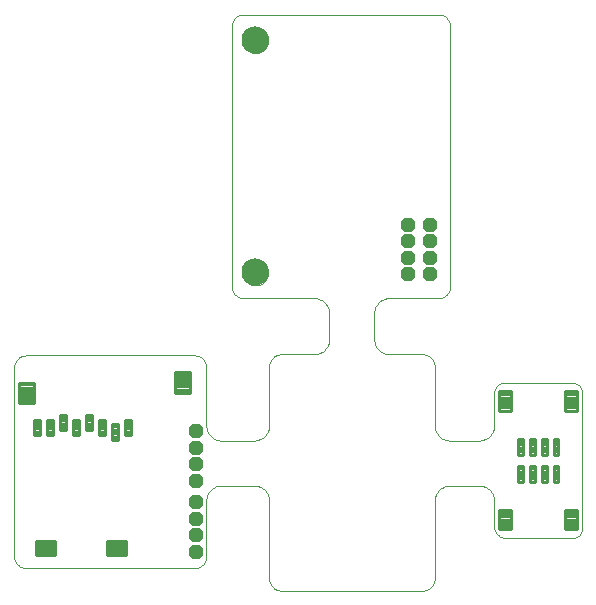
<source format=gbs>
G75*
%MOIN*%
%OFA0B0*%
%FSLAX24Y24*%
%IPPOS*%
%LPD*%
%AMOC8*
5,1,8,0,0,1.08239X$1,22.5*
%
%ADD10C,0.0000*%
%ADD11C,0.0906*%
%ADD12C,0.0116*%
%ADD13C,0.0108*%
%ADD14OC8,0.0480*%
%ADD15C,0.0106*%
%ADD16C,0.0114*%
D10*
X000794Y001150D02*
X006412Y001150D01*
X006451Y001152D01*
X006489Y001158D01*
X006526Y001167D01*
X006563Y001180D01*
X006598Y001197D01*
X006631Y001216D01*
X006662Y001239D01*
X006691Y001265D01*
X006717Y001294D01*
X006740Y001325D01*
X006759Y001358D01*
X006776Y001393D01*
X006789Y001430D01*
X006798Y001467D01*
X006804Y001505D01*
X006806Y001544D01*
X006806Y003400D01*
X006808Y003444D01*
X006814Y003487D01*
X006823Y003530D01*
X006836Y003571D01*
X006853Y003612D01*
X006873Y003650D01*
X006897Y003687D01*
X006923Y003722D01*
X006953Y003754D01*
X006985Y003783D01*
X007020Y003810D01*
X007056Y003833D01*
X007095Y003853D01*
X007135Y003870D01*
X007177Y003883D01*
X007220Y003892D01*
X007263Y003898D01*
X007306Y003900D01*
X008369Y003900D01*
X008368Y003900D02*
X008411Y003899D01*
X008453Y003895D01*
X008495Y003888D01*
X008537Y003877D01*
X008577Y003863D01*
X008616Y003845D01*
X008653Y003824D01*
X008688Y003801D01*
X008722Y003774D01*
X008753Y003745D01*
X008781Y003713D01*
X008807Y003679D01*
X008830Y003643D01*
X008850Y003605D01*
X008867Y003566D01*
X008880Y003526D01*
X008890Y003484D01*
X008897Y003442D01*
X008900Y003400D01*
X008900Y000794D01*
X008902Y000755D01*
X008908Y000717D01*
X008917Y000680D01*
X008930Y000643D01*
X008947Y000608D01*
X008966Y000575D01*
X008989Y000544D01*
X009015Y000515D01*
X009044Y000489D01*
X009075Y000466D01*
X009108Y000447D01*
X009143Y000430D01*
X009180Y000417D01*
X009217Y000408D01*
X009255Y000402D01*
X009294Y000400D01*
X014018Y000400D01*
X014057Y000402D01*
X014095Y000408D01*
X014132Y000417D01*
X014169Y000430D01*
X014204Y000447D01*
X014237Y000466D01*
X014268Y000489D01*
X014297Y000515D01*
X014323Y000544D01*
X014346Y000575D01*
X014365Y000608D01*
X014382Y000643D01*
X014395Y000680D01*
X014404Y000717D01*
X014410Y000755D01*
X014412Y000794D01*
X014412Y003400D01*
X014415Y003444D01*
X014422Y003488D01*
X014432Y003531D01*
X014446Y003574D01*
X014464Y003614D01*
X014485Y003653D01*
X014510Y003690D01*
X014538Y003725D01*
X014568Y003757D01*
X014602Y003787D01*
X014637Y003813D01*
X014675Y003836D01*
X014715Y003856D01*
X014757Y003872D01*
X014799Y003885D01*
X014843Y003894D01*
X014887Y003899D01*
X014932Y003900D01*
X014931Y003900D02*
X015869Y003900D01*
X015868Y003900D02*
X015911Y003899D01*
X015953Y003895D01*
X015995Y003888D01*
X016037Y003877D01*
X016077Y003863D01*
X016116Y003845D01*
X016153Y003824D01*
X016188Y003801D01*
X016222Y003774D01*
X016253Y003745D01*
X016281Y003713D01*
X016307Y003679D01*
X016330Y003643D01*
X016350Y003605D01*
X016367Y003566D01*
X016380Y003526D01*
X016390Y003484D01*
X016397Y003442D01*
X016400Y003400D01*
X016400Y002544D01*
X016402Y002505D01*
X016408Y002467D01*
X016417Y002430D01*
X016430Y002393D01*
X016447Y002358D01*
X016466Y002325D01*
X016489Y002294D01*
X016515Y002265D01*
X016544Y002239D01*
X016575Y002216D01*
X016608Y002197D01*
X016643Y002180D01*
X016680Y002167D01*
X016717Y002158D01*
X016755Y002152D01*
X016794Y002150D01*
X019006Y002150D01*
X019018Y002150D01*
X019006Y002150D02*
X019041Y002152D01*
X019075Y002157D01*
X019108Y002166D01*
X019141Y002179D01*
X019172Y002194D01*
X019201Y002213D01*
X019227Y002235D01*
X019252Y002260D01*
X019274Y002286D01*
X019293Y002315D01*
X019308Y002346D01*
X019321Y002379D01*
X019330Y002412D01*
X019335Y002446D01*
X019337Y002481D01*
X019337Y006999D01*
X019335Y007034D01*
X019330Y007068D01*
X019321Y007101D01*
X019308Y007134D01*
X019293Y007165D01*
X019274Y007194D01*
X019252Y007220D01*
X019227Y007245D01*
X019201Y007267D01*
X019172Y007286D01*
X019141Y007301D01*
X019108Y007314D01*
X019075Y007323D01*
X019041Y007328D01*
X019006Y007330D01*
X016731Y007330D01*
X016696Y007328D01*
X016662Y007323D01*
X016629Y007314D01*
X016596Y007301D01*
X016566Y007286D01*
X016536Y007267D01*
X016510Y007245D01*
X016485Y007220D01*
X016463Y007194D01*
X016444Y007165D01*
X016429Y007134D01*
X016416Y007101D01*
X016407Y007068D01*
X016402Y007034D01*
X016400Y006999D01*
X016400Y005900D01*
X016397Y005858D01*
X016390Y005816D01*
X016380Y005774D01*
X016367Y005734D01*
X016350Y005695D01*
X016330Y005657D01*
X016307Y005621D01*
X016281Y005587D01*
X016253Y005555D01*
X016222Y005526D01*
X016188Y005499D01*
X016153Y005476D01*
X016116Y005455D01*
X016077Y005437D01*
X016037Y005423D01*
X015995Y005412D01*
X015953Y005405D01*
X015911Y005401D01*
X015868Y005400D01*
X015869Y005400D02*
X014931Y005400D01*
X014932Y005400D02*
X014887Y005401D01*
X014843Y005406D01*
X014799Y005415D01*
X014757Y005428D01*
X014715Y005444D01*
X014675Y005464D01*
X014637Y005487D01*
X014602Y005513D01*
X014568Y005543D01*
X014538Y005575D01*
X014510Y005610D01*
X014485Y005647D01*
X014464Y005686D01*
X014446Y005726D01*
X014432Y005769D01*
X014422Y005812D01*
X014415Y005856D01*
X014412Y005900D01*
X014412Y007880D01*
X014410Y007919D01*
X014404Y007957D01*
X014395Y007994D01*
X014382Y008031D01*
X014365Y008066D01*
X014346Y008099D01*
X014323Y008130D01*
X014297Y008159D01*
X014268Y008185D01*
X014237Y008208D01*
X014204Y008227D01*
X014169Y008244D01*
X014132Y008257D01*
X014095Y008266D01*
X014057Y008272D01*
X014018Y008274D01*
X012900Y008274D01*
X012857Y008277D01*
X012815Y008284D01*
X012774Y008294D01*
X012733Y008307D01*
X012694Y008324D01*
X012656Y008344D01*
X012620Y008367D01*
X012587Y008393D01*
X012555Y008421D01*
X012526Y008453D01*
X012499Y008486D01*
X012475Y008521D01*
X012455Y008559D01*
X012437Y008598D01*
X012423Y008638D01*
X012412Y008679D01*
X012405Y008721D01*
X012401Y008763D01*
X012400Y008806D01*
X012400Y009619D01*
X012400Y009618D02*
X012401Y009663D01*
X012405Y009708D01*
X012414Y009752D01*
X012426Y009796D01*
X012442Y009838D01*
X012462Y009878D01*
X012485Y009917D01*
X012511Y009954D01*
X012540Y009988D01*
X012573Y010019D01*
X012607Y010048D01*
X012645Y010073D01*
X012684Y010095D01*
X012725Y010113D01*
X012767Y010128D01*
X012811Y010139D01*
X012855Y010146D01*
X012900Y010150D01*
X014537Y010150D01*
X014576Y010152D01*
X014614Y010158D01*
X014651Y010167D01*
X014688Y010180D01*
X014723Y010197D01*
X014756Y010216D01*
X014787Y010239D01*
X014816Y010265D01*
X014842Y010294D01*
X014865Y010325D01*
X014884Y010358D01*
X014901Y010393D01*
X014914Y010430D01*
X014923Y010467D01*
X014929Y010505D01*
X014931Y010544D01*
X014931Y019218D01*
X014930Y019218D02*
X014927Y019256D01*
X014921Y019294D01*
X014911Y019330D01*
X014898Y019366D01*
X014881Y019400D01*
X014861Y019432D01*
X014838Y019462D01*
X014812Y019490D01*
X014784Y019515D01*
X014753Y019537D01*
X014720Y019556D01*
X014685Y019572D01*
X014649Y019584D01*
X014612Y019593D01*
X014575Y019598D01*
X014537Y019599D01*
X008044Y019599D01*
X008043Y019599D02*
X008005Y019598D01*
X007968Y019593D01*
X007931Y019584D01*
X007895Y019572D01*
X007860Y019556D01*
X007827Y019537D01*
X007796Y019515D01*
X007768Y019490D01*
X007742Y019462D01*
X007719Y019432D01*
X007699Y019400D01*
X007682Y019366D01*
X007669Y019330D01*
X007659Y019294D01*
X007653Y019256D01*
X007650Y019218D01*
X007650Y010544D01*
X007652Y010505D01*
X007658Y010467D01*
X007667Y010430D01*
X007680Y010393D01*
X007697Y010358D01*
X007716Y010325D01*
X007739Y010294D01*
X007765Y010265D01*
X007794Y010239D01*
X007825Y010216D01*
X007858Y010197D01*
X007893Y010180D01*
X007930Y010167D01*
X007967Y010158D01*
X008005Y010152D01*
X008044Y010150D01*
X010400Y010150D01*
X010442Y010147D01*
X010484Y010140D01*
X010526Y010130D01*
X010566Y010117D01*
X010605Y010100D01*
X010643Y010080D01*
X010679Y010057D01*
X010713Y010031D01*
X010745Y010003D01*
X010774Y009972D01*
X010801Y009938D01*
X010824Y009903D01*
X010845Y009866D01*
X010863Y009827D01*
X010877Y009787D01*
X010888Y009745D01*
X010895Y009703D01*
X010899Y009661D01*
X010900Y009618D01*
X010900Y009619D02*
X010900Y008806D01*
X010899Y008763D01*
X010895Y008721D01*
X010888Y008679D01*
X010877Y008638D01*
X010863Y008598D01*
X010845Y008559D01*
X010825Y008521D01*
X010801Y008486D01*
X010774Y008453D01*
X010745Y008421D01*
X010713Y008393D01*
X010680Y008367D01*
X010644Y008344D01*
X010606Y008324D01*
X010567Y008307D01*
X010526Y008294D01*
X010485Y008284D01*
X010443Y008277D01*
X010400Y008274D01*
X009294Y008274D01*
X009255Y008272D01*
X009217Y008266D01*
X009180Y008257D01*
X009143Y008244D01*
X009108Y008227D01*
X009075Y008208D01*
X009044Y008185D01*
X009015Y008159D01*
X008989Y008130D01*
X008966Y008099D01*
X008947Y008066D01*
X008930Y008031D01*
X008917Y007994D01*
X008908Y007957D01*
X008902Y007919D01*
X008900Y007880D01*
X008900Y005900D01*
X008897Y005858D01*
X008890Y005816D01*
X008880Y005774D01*
X008867Y005734D01*
X008850Y005695D01*
X008830Y005657D01*
X008807Y005621D01*
X008781Y005587D01*
X008753Y005555D01*
X008722Y005526D01*
X008688Y005499D01*
X008653Y005476D01*
X008616Y005455D01*
X008577Y005437D01*
X008537Y005423D01*
X008495Y005412D01*
X008453Y005405D01*
X008411Y005401D01*
X008368Y005400D01*
X008369Y005400D02*
X007306Y005400D01*
X007263Y005402D01*
X007220Y005408D01*
X007177Y005417D01*
X007135Y005430D01*
X007095Y005447D01*
X007056Y005467D01*
X007020Y005490D01*
X006985Y005517D01*
X006953Y005546D01*
X006923Y005578D01*
X006897Y005613D01*
X006873Y005650D01*
X006853Y005688D01*
X006836Y005729D01*
X006823Y005770D01*
X006814Y005813D01*
X006808Y005856D01*
X006806Y005900D01*
X006806Y007843D01*
X006804Y007882D01*
X006798Y007920D01*
X006789Y007957D01*
X006776Y007994D01*
X006759Y008029D01*
X006740Y008062D01*
X006717Y008093D01*
X006691Y008122D01*
X006662Y008148D01*
X006631Y008171D01*
X006598Y008190D01*
X006563Y008207D01*
X006526Y008220D01*
X006489Y008229D01*
X006451Y008235D01*
X006412Y008237D01*
X000794Y008237D01*
X000755Y008235D01*
X000717Y008229D01*
X000680Y008220D01*
X000643Y008207D01*
X000608Y008190D01*
X000575Y008171D01*
X000544Y008148D01*
X000515Y008122D01*
X000489Y008093D01*
X000466Y008062D01*
X000447Y008029D01*
X000430Y007994D01*
X000417Y007957D01*
X000408Y007920D01*
X000402Y007882D01*
X000400Y007843D01*
X000400Y001544D01*
X000402Y001505D01*
X000408Y001467D01*
X000417Y001430D01*
X000430Y001393D01*
X000447Y001358D01*
X000466Y001325D01*
X000489Y001294D01*
X000515Y001265D01*
X000544Y001239D01*
X000575Y001216D01*
X000608Y001197D01*
X000643Y001180D01*
X000680Y001167D01*
X000717Y001158D01*
X000755Y001152D01*
X000794Y001150D01*
X008900Y007880D02*
X008900Y007900D01*
X008004Y011006D02*
X008006Y011047D01*
X008012Y011088D01*
X008022Y011128D01*
X008035Y011167D01*
X008052Y011204D01*
X008073Y011240D01*
X008097Y011274D01*
X008124Y011305D01*
X008153Y011333D01*
X008186Y011359D01*
X008220Y011381D01*
X008257Y011400D01*
X008295Y011415D01*
X008335Y011427D01*
X008375Y011435D01*
X008416Y011439D01*
X008458Y011439D01*
X008499Y011435D01*
X008539Y011427D01*
X008579Y011415D01*
X008617Y011400D01*
X008653Y011381D01*
X008688Y011359D01*
X008721Y011333D01*
X008750Y011305D01*
X008777Y011274D01*
X008801Y011240D01*
X008822Y011204D01*
X008839Y011167D01*
X008852Y011128D01*
X008862Y011088D01*
X008868Y011047D01*
X008870Y011006D01*
X008868Y010965D01*
X008862Y010924D01*
X008852Y010884D01*
X008839Y010845D01*
X008822Y010808D01*
X008801Y010772D01*
X008777Y010738D01*
X008750Y010707D01*
X008721Y010679D01*
X008688Y010653D01*
X008654Y010631D01*
X008617Y010612D01*
X008579Y010597D01*
X008539Y010585D01*
X008499Y010577D01*
X008458Y010573D01*
X008416Y010573D01*
X008375Y010577D01*
X008335Y010585D01*
X008295Y010597D01*
X008257Y010612D01*
X008221Y010631D01*
X008186Y010653D01*
X008153Y010679D01*
X008124Y010707D01*
X008097Y010738D01*
X008073Y010772D01*
X008052Y010808D01*
X008035Y010845D01*
X008022Y010884D01*
X008012Y010924D01*
X008006Y010965D01*
X008004Y011006D01*
X008004Y018755D02*
X008006Y018796D01*
X008012Y018837D01*
X008022Y018877D01*
X008035Y018916D01*
X008052Y018953D01*
X008073Y018989D01*
X008097Y019023D01*
X008124Y019054D01*
X008153Y019082D01*
X008186Y019108D01*
X008220Y019130D01*
X008257Y019149D01*
X008295Y019164D01*
X008335Y019176D01*
X008375Y019184D01*
X008416Y019188D01*
X008458Y019188D01*
X008499Y019184D01*
X008539Y019176D01*
X008579Y019164D01*
X008617Y019149D01*
X008653Y019130D01*
X008688Y019108D01*
X008721Y019082D01*
X008750Y019054D01*
X008777Y019023D01*
X008801Y018989D01*
X008822Y018953D01*
X008839Y018916D01*
X008852Y018877D01*
X008862Y018837D01*
X008868Y018796D01*
X008870Y018755D01*
X008868Y018714D01*
X008862Y018673D01*
X008852Y018633D01*
X008839Y018594D01*
X008822Y018557D01*
X008801Y018521D01*
X008777Y018487D01*
X008750Y018456D01*
X008721Y018428D01*
X008688Y018402D01*
X008654Y018380D01*
X008617Y018361D01*
X008579Y018346D01*
X008539Y018334D01*
X008499Y018326D01*
X008458Y018322D01*
X008416Y018322D01*
X008375Y018326D01*
X008335Y018334D01*
X008295Y018346D01*
X008257Y018361D01*
X008221Y018380D01*
X008186Y018402D01*
X008153Y018428D01*
X008124Y018456D01*
X008097Y018487D01*
X008073Y018521D01*
X008052Y018557D01*
X008035Y018594D01*
X008022Y018633D01*
X008012Y018673D01*
X008006Y018714D01*
X008004Y018755D01*
D11*
X008437Y018755D03*
X008437Y011006D03*
D12*
X017198Y004930D02*
X017358Y004930D01*
X017198Y004930D02*
X017198Y005464D01*
X017358Y005464D01*
X017358Y004930D01*
X017358Y005045D02*
X017198Y005045D01*
X017198Y005160D02*
X017358Y005160D01*
X017358Y005275D02*
X017198Y005275D01*
X017198Y005390D02*
X017358Y005390D01*
X017592Y004930D02*
X017752Y004930D01*
X017592Y004930D02*
X017592Y005464D01*
X017752Y005464D01*
X017752Y004930D01*
X017752Y005045D02*
X017592Y005045D01*
X017592Y005160D02*
X017752Y005160D01*
X017752Y005275D02*
X017592Y005275D01*
X017592Y005390D02*
X017752Y005390D01*
X017986Y004930D02*
X018146Y004930D01*
X017986Y004930D02*
X017986Y005464D01*
X018146Y005464D01*
X018146Y004930D01*
X018146Y005045D02*
X017986Y005045D01*
X017986Y005160D02*
X018146Y005160D01*
X018146Y005275D02*
X017986Y005275D01*
X017986Y005390D02*
X018146Y005390D01*
X018379Y004930D02*
X018539Y004930D01*
X018379Y004930D02*
X018379Y005464D01*
X018539Y005464D01*
X018539Y004930D01*
X018539Y005045D02*
X018379Y005045D01*
X018379Y005160D02*
X018539Y005160D01*
X018539Y005275D02*
X018379Y005275D01*
X018379Y005390D02*
X018539Y005390D01*
X018539Y004557D02*
X018379Y004557D01*
X018539Y004557D02*
X018539Y004023D01*
X018379Y004023D01*
X018379Y004557D01*
X018379Y004138D02*
X018539Y004138D01*
X018539Y004253D02*
X018379Y004253D01*
X018379Y004368D02*
X018539Y004368D01*
X018539Y004483D02*
X018379Y004483D01*
X018146Y004557D02*
X017986Y004557D01*
X018146Y004557D02*
X018146Y004023D01*
X017986Y004023D01*
X017986Y004557D01*
X017986Y004138D02*
X018146Y004138D01*
X018146Y004253D02*
X017986Y004253D01*
X017986Y004368D02*
X018146Y004368D01*
X018146Y004483D02*
X017986Y004483D01*
X017752Y004557D02*
X017592Y004557D01*
X017752Y004557D02*
X017752Y004023D01*
X017592Y004023D01*
X017592Y004557D01*
X017592Y004138D02*
X017752Y004138D01*
X017752Y004253D02*
X017592Y004253D01*
X017592Y004368D02*
X017752Y004368D01*
X017752Y004483D02*
X017592Y004483D01*
X017358Y004557D02*
X017198Y004557D01*
X017358Y004557D02*
X017358Y004023D01*
X017198Y004023D01*
X017198Y004557D01*
X017198Y004138D02*
X017358Y004138D01*
X017358Y004253D02*
X017198Y004253D01*
X017198Y004368D02*
X017358Y004368D01*
X017358Y004483D02*
X017198Y004483D01*
D13*
X016968Y003084D02*
X016564Y003084D01*
X016968Y003084D02*
X016968Y002444D01*
X016564Y002444D01*
X016564Y003084D01*
X016564Y002551D02*
X016968Y002551D01*
X016968Y002658D02*
X016564Y002658D01*
X016564Y002765D02*
X016968Y002765D01*
X016968Y002872D02*
X016564Y002872D01*
X016564Y002979D02*
X016968Y002979D01*
X018769Y003084D02*
X019173Y003084D01*
X019173Y002444D01*
X018769Y002444D01*
X018769Y003084D01*
X018769Y002551D02*
X019173Y002551D01*
X019173Y002658D02*
X018769Y002658D01*
X018769Y002765D02*
X019173Y002765D01*
X019173Y002872D02*
X018769Y002872D01*
X018769Y002979D02*
X019173Y002979D01*
X019173Y006403D02*
X018769Y006403D01*
X018769Y007043D01*
X019173Y007043D01*
X019173Y006403D01*
X019173Y006510D02*
X018769Y006510D01*
X018769Y006617D02*
X019173Y006617D01*
X019173Y006724D02*
X018769Y006724D01*
X018769Y006831D02*
X019173Y006831D01*
X019173Y006938D02*
X018769Y006938D01*
X016968Y006403D02*
X016564Y006403D01*
X016564Y007043D01*
X016968Y007043D01*
X016968Y006403D01*
X016968Y006510D02*
X016564Y006510D01*
X016564Y006617D02*
X016968Y006617D01*
X016968Y006724D02*
X016564Y006724D01*
X016564Y006831D02*
X016968Y006831D01*
X016968Y006938D02*
X016564Y006938D01*
D14*
X014275Y010938D03*
X014275Y011488D03*
X014275Y012038D03*
X014275Y012588D03*
X013525Y012588D03*
X013525Y012038D03*
X013525Y011488D03*
X013525Y010938D03*
X006463Y005713D03*
X006463Y005163D03*
X006463Y004613D03*
X006463Y004063D03*
X006463Y003338D03*
X006463Y002788D03*
X006463Y002238D03*
X006463Y001688D03*
D15*
X003479Y001581D02*
X003479Y002065D01*
X004121Y002065D01*
X004121Y001581D01*
X003479Y001581D01*
X003479Y001686D02*
X004121Y001686D01*
X004121Y001791D02*
X003479Y001791D01*
X003479Y001896D02*
X004121Y001896D01*
X004121Y002001D02*
X003479Y002001D01*
X001116Y002065D02*
X001116Y001581D01*
X001116Y002065D02*
X001758Y002065D01*
X001758Y001581D01*
X001116Y001581D01*
X001116Y001686D02*
X001758Y001686D01*
X001758Y001791D02*
X001116Y001791D01*
X001116Y001896D02*
X001758Y001896D01*
X001758Y002001D02*
X001116Y002001D01*
X001049Y006640D02*
X000565Y006640D01*
X000565Y007322D01*
X001049Y007322D01*
X001049Y006640D01*
X001049Y006745D02*
X000565Y006745D01*
X000565Y006850D02*
X001049Y006850D01*
X001049Y006955D02*
X000565Y006955D01*
X000565Y007060D02*
X001049Y007060D01*
X001049Y007165D02*
X000565Y007165D01*
X000565Y007270D02*
X001049Y007270D01*
X005762Y006994D02*
X006246Y006994D01*
X005762Y006994D02*
X005762Y007676D01*
X006246Y007676D01*
X006246Y006994D01*
X006246Y007099D02*
X005762Y007099D01*
X005762Y007204D02*
X006246Y007204D01*
X006246Y007309D02*
X005762Y007309D01*
X005762Y007414D02*
X006246Y007414D01*
X006246Y007519D02*
X005762Y007519D01*
X005762Y007624D02*
X006246Y007624D01*
D16*
X004294Y005581D02*
X004092Y005581D01*
X004092Y006097D01*
X004294Y006097D01*
X004294Y005581D01*
X004294Y005694D02*
X004092Y005694D01*
X004092Y005807D02*
X004294Y005807D01*
X004294Y005920D02*
X004092Y005920D01*
X004092Y006033D02*
X004294Y006033D01*
X003861Y005423D02*
X003659Y005423D01*
X003659Y005939D01*
X003861Y005939D01*
X003861Y005423D01*
X003861Y005536D02*
X003659Y005536D01*
X003659Y005649D02*
X003861Y005649D01*
X003861Y005762D02*
X003659Y005762D01*
X003659Y005875D02*
X003861Y005875D01*
X003428Y005581D02*
X003226Y005581D01*
X003226Y006097D01*
X003428Y006097D01*
X003428Y005581D01*
X003428Y005694D02*
X003226Y005694D01*
X003226Y005807D02*
X003428Y005807D01*
X003428Y005920D02*
X003226Y005920D01*
X003226Y006033D02*
X003428Y006033D01*
X002995Y005738D02*
X002793Y005738D01*
X002793Y006254D01*
X002995Y006254D01*
X002995Y005738D01*
X002995Y005851D02*
X002793Y005851D01*
X002793Y005964D02*
X002995Y005964D01*
X002995Y006077D02*
X002793Y006077D01*
X002793Y006190D02*
X002995Y006190D01*
X002562Y005581D02*
X002360Y005581D01*
X002360Y006097D01*
X002562Y006097D01*
X002562Y005581D01*
X002562Y005694D02*
X002360Y005694D01*
X002360Y005807D02*
X002562Y005807D01*
X002562Y005920D02*
X002360Y005920D01*
X002360Y006033D02*
X002562Y006033D01*
X002129Y005738D02*
X001927Y005738D01*
X001927Y006254D01*
X002129Y006254D01*
X002129Y005738D01*
X002129Y005851D02*
X001927Y005851D01*
X001927Y005964D02*
X002129Y005964D01*
X002129Y006077D02*
X001927Y006077D01*
X001927Y006190D02*
X002129Y006190D01*
X001696Y005581D02*
X001494Y005581D01*
X001494Y006097D01*
X001696Y006097D01*
X001696Y005581D01*
X001696Y005694D02*
X001494Y005694D01*
X001494Y005807D02*
X001696Y005807D01*
X001696Y005920D02*
X001494Y005920D01*
X001494Y006033D02*
X001696Y006033D01*
X001263Y005581D02*
X001061Y005581D01*
X001061Y006097D01*
X001263Y006097D01*
X001263Y005581D01*
X001263Y005694D02*
X001061Y005694D01*
X001061Y005807D02*
X001263Y005807D01*
X001263Y005920D02*
X001061Y005920D01*
X001061Y006033D02*
X001263Y006033D01*
M02*

</source>
